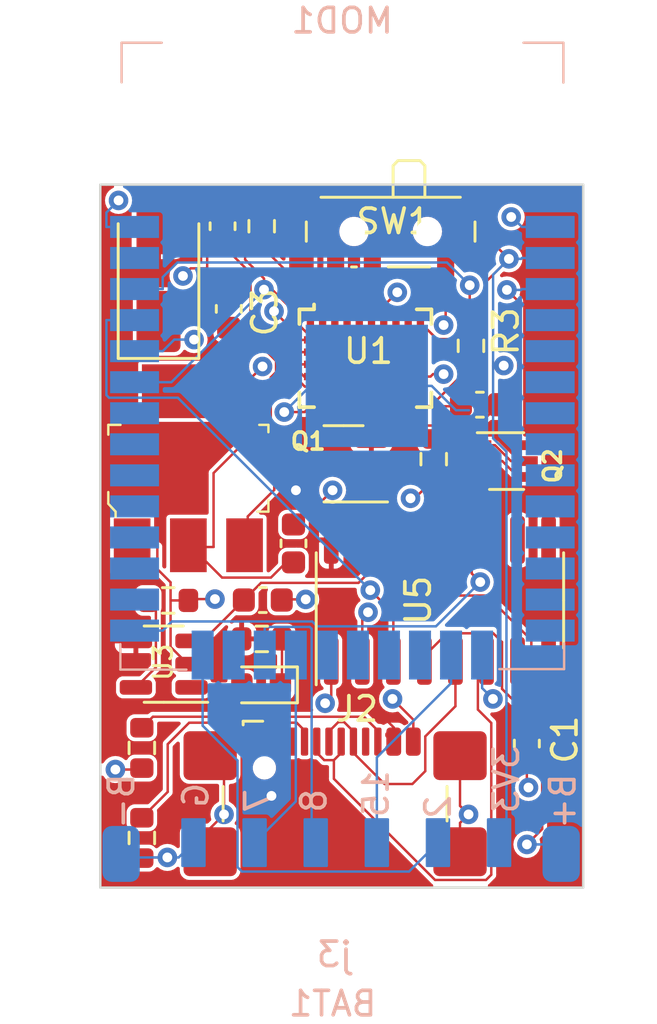
<source format=kicad_pcb>
(kicad_pcb (version 20221018) (generator pcbnew)
  (layers (0 "F.Cu" signal) (1 "In1.Cu" signal) (2 "In2.Cu" signal) (31 "B.Cu" signal) (34 "B.Paste" user) (35 "F.Paste" user) (36 "B.SilkS" user "B.Silkscreen") (37 "F.SilkS" user "F.Silkscreen") (38 "B.Mask" user) (39 "F.Mask" user) (44 "Edge.Cuts" user))
  (net 0 "")
  (net 1 "Net-(D1-K)")
  (net 2 "/SCL")
  (net 3 "GND")
  (net 4 "VCC")
  (net 5 "/3V3")
  (net 6 "/EN")
  (net 7 "/GPIO_0")
  (net 8 "/CH_TX")
  (net 9 "/CH_RX")
  (net 10 "/RTS")
  (net 11 "/DTR")
  (net 12 "/SDA")
  (net 13 "Net-(U3-PROG)")
  (net 14 "Net-(D2-K)")
  (net 15 "Net-(U1-CAP)")
  (net 16 "Net-(D2-A)")
  (net 17 "Net-(U5-V3)")
  (net 21 "Net-(Q1-D)")
  (net 26 "/GPIO_2")
  (net 27 "/GPIO_8")
  (net 30 "/GPIO_7")
  (net 31 "/GPIO_15")
  (net 32 "Net-(C5-Pad1)")
  (net 36 "Net-(J2-CC1)")
  (net 38 "Net-(J2-CC2)")
  (net 40 "Net-(U5-UD+)")
  (net 41 "Net-(U5-UD-)")
  (footprint "Resistor_SMD:R_0603_1608Metric" (layer "F.Cu") (at 123.698 121.221 90)
    (fp_text reference "R6" hide)
    (fp_text value "5.1k")
  )
  (footprint "Resistor_SMD:R_0603_1608Metric" (layer "F.Cu") (at 124.777 111.506)
    (fp_text reference "R4" hide)
    (fp_text value "10k")
  )
  (footprint "Capacitor_SMD:C_0603_1608Metric" (layer "F.Cu") (at 137.525 103.5 180)
    (fp_text reference "C8" hide)
    (fp_text value "100n")
  )
  (footprint "Connector_USB:USB_C_Receptacle_GCT_USB4110" (layer "F.Cu") (at 131.602 120.961)
    (fp_text reference "J2")
    (fp_text value "USB_C_Receptacle_USB2.0")
  )
  (footprint "LED_SMD:LED_0603_1608Metric" (layer "F.Cu") (at 128.5775 114.96 180)
    (fp_text reference "D2" hide)
    (fp_text value "LED")
  )
  (footprint "Capacitor_SMD:C_0603_1608Metric" (layer "F.Cu") (at 129.9 109.175 90)
    (fp_text reference "C5" hide)
    (fp_text value "10u")
  )
  (footprint "Resistor_SMD:R_0603_1608Metric" (layer "F.Cu") (at 128.605 113.08 180)
    (fp_text reference "R5" hide)
    (fp_text value "470")
  )
  (footprint "Resistor_SMD:R_0603_1608Metric" (layer "F.Cu") (at 123.698 117.539 90)
    (fp_text reference "R7" hide)
    (fp_text value "5.1k")
  )
  (footprint "Resistor_SMD:R_0603_1608Metric" (layer "F.Cu") (at 128.6 96.2 90)
    (fp_text reference "R2" hide)
    (fp_text value "R")
  )
  (footprint "Resistor_SMD:R_0603_1608Metric" (layer "F.Cu") (at 135.636 105.727 -90)
    (fp_text reference "R1" hide)
    (fp_text value "100k")
  )
  (footprint "Resistor_SMD:R_0603_1608Metric" (layer "F.Cu") (at 137.16 101.092 -90)
    (fp_text reference "R3")
    (fp_text value "R")
  )
  (footprint "digikey-footprints:SOT-223" (layer "F.Cu") (at 125.6 106.1)
    (fp_text reference "U2" hide)
    (fp_text value "LD1117S33CTR")
  )
  (footprint "Capacitor_SMD:C_0603_1608Metric" (layer "F.Cu") (at 127.254 99.581 90)
    (fp_text reference "C3")
    (fp_text value "100n")
  )
  (footprint "Capacitor_SMD:C_0603_1608Metric" (layer "F.Cu") (at 128.645 111.49)
    (fp_text reference "C2" hide)
    (fp_text value "4.7u")
  )
  (footprint "Capacitor_SMD:C_0603_1608Metric" (layer "F.Cu") (at 139.446 117.361 90)
    (fp_text reference "C1")
    (fp_text value "100n")
  )
  (footprint "Package_TO_SOT_SMD:SOT-363_SC-70-6" (layer "F.Cu") (at 138.618 105.806)
    (fp_text reference "Q2")
    (fp_text value "UMH3N")
  )
  (footprint "Package_TO_SOT_SMD:SOT-23-5" (layer "F.Cu") (at 124.5925 114.112 180)
    (fp_text reference "U3")
    (fp_text value "MCP73831-2-OT")
  )
  (footprint "Package_SO:SOIC-16_3.9x9.9mm_P1.27mm" (layer "F.Cu") (at 135.89 111.506 90)
    (fp_text reference "U5")
    (fp_text value "CH340C")
  )
  (footprint "Button_Switch_SMD:SW_SPDT_PCM12" (layer "F.Cu") (at 133.875 96.745 180)
    (fp_text reference "SW1")
    (fp_text value "SW_DIP_x01")
  )
  (footprint "digikey-footprints:LGA-28_5.2x3.8mm_BNO0055" (layer "F.Cu") (at 132.842 101.6)
    (fp_text reference "U1")
    (fp_text value "BNO055")
  )
  (footprint "Capacitor_SMD:C_0603_1608Metric" (layer "F.Cu") (at 127 96.2 90)
    (fp_text reference "C4" hide)
    (fp_text value "100n")
  )
  (footprint "Diode_SMD:D_SMA" (layer "F.Cu") (at 124.38 98.0975 90)
    (fp_text reference "D1" hide)
    (fp_text value "B130-E3")
  )
  (footprint "Package_TO_SOT_SMD:SOT-23-3" (layer "F.Cu") (at 131.9475 105.918 180)
    (fp_text reference "Q1")
    (fp_text value "DMP1045u")
  )
  (footprint "digikey-footprints:ESP32-WROOM-32D" (layer "B.Cu") (at 131.9 104.485 180)
    (fp_text reference "MOD1")
    (fp_text value "ESP32-WROOM-32")
  )
  (footprint "libBat:batPads" (layer "B.Cu") (at 131.85 121.875 180)
    (fp_text reference "BAT1")
    (fp_text value "BS-7")
  )
  (footprint "connectorLib:connectorHaply" (layer "B.Cu") (at 132.06 121.412 180)
    (fp_text reference "j3")
    (fp_text value "~")
  )
  (gr_line (start 122 123.25) (end 141.75 123.25) (stroke (width 0.1)) (layer "Edge.Cuts"))
  (gr_line (start 122.25 94.5) (end 122 94.5) (stroke (width 0.1)) (layer "Edge.Cuts"))
  (gr_line (start 141.75 123.25) (end 141.75 94.5) (stroke (width 0.1)) (layer "Edge.Cuts"))
  (gr_line (start 141.75 94.5) (end 122.25 94.5) (stroke (width 0.1)) (layer "Edge.Cuts"))
  (gr_line (start 122 123.25) (end 122 94.5) (stroke (width 0.1)) (layer "Edge.Cuts"))
  (gr_text "7" (at 129.032 119.126 90) (layer "B.SilkS") (effects (font (size 1 1)) (justify left bottom mirror)))
  (gr_text "G" (at 126.492 118.872 90) (layer "B.SilkS") (effects (font (size 1 1)) (justify left bottom mirror)))
  (gr_text "2" (at 136.398 119.38 90) (layer "B.SilkS") (effects (font (size 1 1)) (justify left bottom mirror)))
  (gr_text "8" (at 131.318 119.126 90) (layer "B.SilkS") (effects (font (size 1 1)) (justify left bottom mirror)))
  (gr_text "3V3" (at 139.192 117.348 90) (layer "B.SilkS") (effects (font (size 1 1)) (justify left bottom mirror)))
  (gr_text "15" (at 133.858 118.364 90) (layer "B.SilkS") (effects (font (size 1 1)) (justify left bottom mirror)))
  (segment (start 128.9705 105.7738) (end 128.9705 102.3823) (width 0.1) (layer "F.Cu") (net 1))
  (segment (start 129.1874 102.1654) (end 129.1874 101.7082) (width 0.1) (layer "F.Cu") (net 1))
  (segment (start 129.1147 105.918) (end 128.9705 105.7738) (width 0.1) (layer "F.Cu") (net 1))
  (segment (start 127.8352 100.356) (end 127.254 100.356) (width 0.1) (layer "F.Cu") (net 1))
  (segment (start 128.03 109.322) (end 128.03 108.0701) (width 0.1) (layer "F.Cu") (net 1))
  (segment (start 129.1874 101.7082) (end 127.8352 100.356) (width 0.1) (layer "F.Cu") (net 1))
  (segment (start 126.9955 100.0975) (end 124.38 100.0975) (width 0.1) (layer "F.Cu") (net 1))
  (segment (start 127.254 100.356) (end 126.9955 100.0975) (width 0.1) (layer "F.Cu") (net 1))
  (segment (start 129.1147 105.918) (end 130.81 105.918) (width 0.1) (layer "F.Cu") (net 1))
  (segment (start 128.03 108.0701) (end 129.1147 106.9854) (width 0.1) (layer "F.Cu") (net 1))
  (segment (start 129.1147 106.9854) (end 129.1147 105.918) (width 0.1) (layer "F.Cu") (net 1))
  (segment (start 128.9705 102.3823) (end 129.1874 102.1654) (width 0.1) (layer "F.Cu") (net 1))
  (segment (start 135.092 100.4394) (end 135.3896 100.4394) (width 0.1) (layer "F.Cu") (net 2))
  (segment (start 137.1086 100.2156) (end 137.16 100.267) (width 0.1) (layer "F.Cu") (net 2))
  (segment (start 136.6105 100.8165) (end 137.16 100.267) (width 0.1) (layer "F.Cu") (net 2))
  (segment (start 135.7667 100.8165) (end 136.6105 100.8165) (width 0.1) (layer "F.Cu") (net 2))
  (segment (start 135.092 100.0375) (end 135.092 100.4394) (width 0.1) (layer "F.Cu") (net 2))
  (segment (start 135.3896 100.4394) (end 135.7667 100.8165) (width 0.1) (layer "F.Cu") (net 2))
  (segment (start 137.1086 98.6142) (end 137.1086 100.2156) (width 0.1) (layer "F.Cu") (net 2))
  (via (at 137.1086 98.6142) (size 0.8) (drill 0.4) (layers "F.Cu" "B.Cu") (net 2))
  (segment (start 125.1517 97.683) (end 124.5519 98.2828) (width 0.1) (layer "B.Cu") (net 2))
  (segment (start 136.1774 97.683) (end 125.1517 97.683) (width 0.1) (layer "B.Cu") (net 2))
  (segment (start 123.4 98.77) (end 124.5519 98.77) (width 0.1) (layer "B.Cu") (net 2))
  (segment (start 124.5519 98.2828) (end 124.5519 98.77) (width 0.1) (layer "B.Cu") (net 2))
  (segment (start 137.1086 98.6142) (end 136.1774 97.683) (width 0.1) (layer "B.Cu") (net 2))
  (segment (start 129.9602 100.85) (end 129.9602 101.9716) (width 0.1) (layer "F.Cu") (net 3))
  (segment (start 122.6161 118.423) (end 123.639 118.423) (width 0.1) (layer "F.Cu") (net 3))
  (segment (start 135.092 102.7606) (end 134.8113 102.7606) (width 0.1) (layer "F.Cu") (net 3))
  (segment (start 125.73 114.112) (end 125.5782 114.112) (width 0.1) (layer "F.Cu") (net 3))
  (segment (start 134.8594 107.3286) (end 135.636 106.552) (width 0.1) (layer "F.Cu") (net 3))
  (segment (start 130.5795 100.85) (end 130.1776 100.85) (width 0.1) (layer "F.Cu") (net 3))
  (segment (start 137.448 104.352) (end 131.5315 104.352) (width 0.1) (layer "F.Cu") (net 3))
  (segment (start 130.592 103.4125) (end 130.592 103.1625) (width 0.1) (layer "F.Cu") (net 3))
  (segment (start 129.9602 101.9716) (end 130.3386 102.35) (width 0.1) (layer "F.Cu") (net 3))
  (segment (start 134.7026 102.35) (end 134.7026 101.85) (width 0.1) (layer "F.Cu") (net 3))
  (segment (start 139.446 119.0928) (end 139.446 118.136) (width 0.1) (layer "F.Cu") (net 3))
  (segment (start 126.492 117.856) (end 127.067 117.281) (width 0.1) (layer "F.Cu") (net 3))
  (segment (start 130 108) (end 130.5 108) (width 0.1) (layer "F.Cu") (net 3))
  (segment (start 130.4008 111.4629) (end 129.4471 111.4629) (width 0.1) (layer "F.Cu") (net 3))
  (segment (start 127.0584 118.4224) (end 126.492 117.856) (width 0.1) (layer "F.Cu") (net 3))
  (segment (start 132.1814 102.35) (end 132.592 102.7606) (width 0.1) (layer "F.Cu") (net 3))
  (segment (start 130.5795 102.35) (end 130.9814 102.35) (width 0.1) (layer "F.Cu") (net 3))
  (segment (start 127.0584 120.2581) (end 127.0584 118.4224) (width 0.1) (layer "F.Cu") (net 3))
  (segment (start 127.067 117.281) (end 128.402 117.281) (width 0.1) (layer "F.Cu") (net 3))
  (segment (start 123.43 109.322) (end 124.3319 109.322) (width 0.1) (layer "F.Cu") (net 3))
  (segment (start 131.445 115.4616) (end 131.1952 115.7114) (width 0.1) (layer "F.Cu") (net 3))
  (segment (start 135.092 103.1625) (end 135.092 102.7606) (width 0.1) (layer "F.Cu") (net 3))
  (segment (start 129.5224 103.8013) (end 130.3551 103.8013) (width 0.1) (layer "F.Cu") (net 3))
  (segment (start 124.8732 110.7652) (end 124.3319 110.2239) (width 0.1) (layer "F.Cu") (net 3))
  (segment (start 133.9525 115.5345) (end 134.802 116.384) (width 0.1) (layer "F.Cu") (net 3))
  (segment (start 126.492 121.786) (end 126.492 120.8245) (width 0.1) (layer "F.Cu") (net 3))
  (segment (start 130.9814 102.35) (end 132.1814 102.35) (width 0.1) (layer "F.Cu") (net 3))
  (segment (start 132.592 103.1625) (end 132.592 102.7606) (width 0.1) (layer "F.Cu") (net 3))
  (segment (start 134.1457 98.9029) (end 133.413 99.6356) (width 0.1) (layer "F.Cu") (net 3))
  (segment (start 126.6884 111.451) (end 125.657 111.451) (width 0.1) (layer "F.Cu") (net 3))
  (segment (start 131.445 113.981) (end 131.445 115.4616) (width 0.1) (layer "F.Cu") (net 3))
  (segment (start 136.712 120.6061) (end 136.712 121.786) (width 0.1) (layer "F.Cu") (net 3))
  (segment (start 126.492 120.8245) (end 127.0584 120.2581) (width 0.1) (layer "F.Cu") (net 3))
  (segment (start 130.3551 103.8013) (end 130.592 103.5644) (width 0.1) (layer "F.Cu") (net 3))
  (segment (start 129.9602 100.85) (end 130.1776 100.85) (width 0.1) (layer "F.Cu") (net 3))
  (segment (start 125.5782 114.112) (end 124.8732 113.407) (width 0.1) (layer "F.Cu") (net 3))
  (segment (start 137.06 120.2581) (end 136.712 119.9101) (width 0.1) (layer "F.Cu") (net 3))
  (segment (start 123.639 118.423) (end 123.698 118.364) (width 0.1) (layer "F.Cu") (net 3))
  (segment (start 129.9602 100.5333) (end 129.1041 99.6772) (width 0.1) (layer "F.Cu") (net 3))
  (segment (start 136.0421 102.25) (end 135.6064 102.25) (width 0.1) (layer "F.Cu") (net 3))
  (segment (start 125.6926 97.9225) (end 126.3705 97.9225) (width 0.1) (layer "F.Cu") (net 3))
  (segment (start 129.9602 100.85) (end 129.9602 100.5333) (width 0.1) (layer "F.Cu") (net 3))
  (segment (start 126.3705 97.9225) (end 126.3705 96.0545) (width 0.1) (layer "F.Cu") (net 3))
  (segment (start 130.592 103.1625) (end 130.592 103.5644) (width 0.1) (layer "F.Cu") (net 3))
  (segment (start 123.7256 122.0184) (end 123.698 122.046) (width 0.1) (layer "F.Cu") (net 3))
  (segment (start 124.3319 110.2239) (end 124.3319 109.322) (width 0.1) (layer "F.Cu") (net 3))
  (segment (start 134.802 116.384) (end 134.802 117.281) (width 0.1) (layer "F.Cu") (net 3))
  (segment (start 134.7026 102.6519) (end 134.7026 102.35) (width 0.1) (layer "F.Cu") (net 3))
  (segment (start 125.602 111.506) (end 124.8732 111.506) (width 0.1) (layer "F.Cu") (net 3))
  (segment (start 126.3705 97.9225) (end 127.254 98.806) (width 0.1) (layer "F.Cu") (net 3))
  (segment (start 130.3386 102.35) (end 130.5795 102.35) (width 0.1) (layer "F.Cu") (net 3))
  (segment (start 137.06 120.2581) (end 136.712 120.6061) (width 0.1) (layer "F.Cu") (net 3))
  (segment (start 126.3705 96.0545) (end 127 95.425) (width 0.1) (layer "F.Cu") (net 3))
  (segment (start 134.6877 107.3286) (end 134.8594 107.3286) (width 0.1) (layer "F.Cu") (net 3))
  (segment (start 136.712 119.9101) (end 136.712 117.856) (width 0.1) (layer "F.Cu") (net 3))
  (segment (start 131.5315 104.352) (end 130.592 103.4125) (width 0.1) (layer "F.Cu") (net 3))
  (segment (start 135.1045 101.85) (end 134.7026 101.85) (width 0.1) (layer "F.Cu") (net 3))
  (segment (start 139.5122 119.159) (end 139.446 119.0928) (width 0.1) (layer "F.Cu") (net 3))
  (segment (start 125.657 111.451) (end 125.602 111.506) (width 0.1) (layer "F.Cu") (net 3))
  (segment (start 135.1045 102.35) (end 135.5064 102.35) (width 0.1) (layer "F.Cu") (net 3))
  (segment (start 125.3802 98.2349) (end 125.6926 97.9225) (width 0.1) (layer "F.Cu") (net 3))
  (segment (start 124.8732 111.506) (end 124.8732 110.7652) (width 0.1) (layer "F.Cu") (net 3))
  (segment (start 132.592 100.0375) (end 132.592 99.6356) (width 0.1) (layer "F.Cu") (net 3))
  (segment (start 130.5 108) (end 131.5 107) (width 0.1) (layer "F.Cu") (net 3))
  (segment (start 134.8113 102.7606) (end 134.7026 102.6519) (width 0.1) (layer "F.Cu") (net 3))
  (segment (start 124.7418 122.0184) (end 123.7256 122.0184) (width 0.1) (layer "F.Cu") (net 3))
  (segment (start 134.7026 101.85) (end 134.7026 101.35) (width 0.1) (layer "F.Cu") (net 3))
  (segment (start 135.1045 101.35) (end 134.7026 101.35) (width 0.1) (layer "F.Cu") (net 3))
  (segment (start 135.6064 102.25) (end 135.5064 102.35) (width 0.1) (layer "F.Cu") (net 3))
  (segment (start 135.1045 102.35) (end 134.7026 102.35) (width 0.1) (layer "F.Cu") (net 3))
  (segment (start 138.3 103.5) (end 137.448 104.352) (width 0.1) (layer "F.Cu") (net 3))
  (segment (start 129.4471 111.4629) (end 129.42 111.49) (width 0.1) (layer "F.Cu") (net 3))
  (segment (start 124.8732 113.407) (end 124.8732 111.506) (width 0.1) (layer "F.Cu") (net 3))
  (segment (start 133.413 99.6356) (end 132.592 99.6356) (width 0.1) (layer "F.Cu") (net 3))
  (segment (start 137.06 120.2581) (end 137.0616 120.2581) (width 0.1) (layer "F.Cu") (net 3))
  (via (at 138.06 115.5345) (size 0.8) (drill 0.4) (layers "F.Cu" "B.Cu") (net 3))
  (via (at 131.1952 115.7114) (size 0.8) (drill 0.4) (layers "F.Cu" "B.Cu") (net 3))
  (via (at 130.4008 111.4629) (size 0.8) (drill 0.4) (layers "F.Cu" "B.Cu") (net 3))
  (via (at 134.6877 107.3286) (size 0.8) (drill 0.4) (layers "F.Cu" "B.Cu") (net 3))
  (via (at 138.8057 95.8221) (size 0.8) (drill 0.4) (layers "F.Cu" "B.Cu") (net 3))
  (via (at 126.6884 111.451) (size 0.8) (drill 0.4) (layers "F.Cu" "B.Cu") (net 3))
  (via (at 122.7445 95.145) (size 0.8) (drill 0.4) (layers "F.Cu" "B.Cu") (net 3))
  (via (at 131.5 107) (size 0.8) (drill 0.4) (layers "F.Cu" "B.Cu") (net 3))
  (via (at 134.1457 98.9029) (size 0.8) (drill 0.4) (layers "F.Cu" "B.Cu") (net 3))
  (via (at 129.1041 99.6772) (size 0.8) (drill 0.4) (layers "F.Cu" "B.Cu") (net 3))
  (via (at 122.6161 118.423) (size 0.8) (drill 0.4) (layers "F.Cu" "B.Cu") (net 3))
  (via (at 129.5224 103.8013) (size 0.8) (drill 0.4) (layers "F.Cu" "B.Cu") (net 3))
  (via (at 136.0421 102.25) (size 0.8) (drill 0.4) (layers "F.Cu" "B.Cu") (net 3))
  (via (at 139.5122 119.159) (size 0.8) (drill 0.4) (layers "F.Cu" "B.Cu") (net 3))
  (via (at 133.9525 115.5345) (size 0.8) (drill 0.4) (layers "F.Cu" "B.Cu") (net 3))
  (via (at 127.0584 120.2581) (size 0.8) (drill 0.4) (layers "F.Cu" "B.Cu") (net 3))
  (via (at 125.3802 98.2349) (size 0.8) (drill 0.4) (layers "F.Cu" "B.Cu") (net 3))
  (via (at 137.0616 120.2581) (size 0.8) (drill 0.4) (layers "F.Cu" "B.Cu") (net 3))
  (via (at 124.7418 122.0184) (size 0.8) (drill 0.4) (layers "F.Cu" "B.Cu") (net 3))
  (segment (start 125.2036 122.0184) (end 124.7418 122.0184) (width 0.1) (layer "B.Cu") (net 3))
  (segment (start 124.7418 122.0184) (end 122.9934 122.0184) (width 0.1) (layer "B.Cu") (net 3))
  (segment (start 132.9 102.73) (end 130.5937 102.73) (width 0.1) (layer "B.Cu") (net 3))
  (segment (start 132.9 102.73) (end 135.5519 102.73) (width 0.1) (layer "B.Cu") (net 3))
  (segment (start 140.4 96.23) (end 139.2481 96.23) (width 0.1) (layer "B.Cu") (net 3))
  (segment (start 125.81 121.412) (end 125.2036 122.0184) (width 0.1) (layer "B.Cu") (net 3))
  (segment (start 122.2481 95.6414) (end 122.2481 96.23) (width 0.1) (layer "B.Cu") (net 3))
  (segment (start 130.5937 102.73) (end 129.5224 103.8013) (width 0.1) (layer "B.Cu") (net 3))
  (segment (start 136.5486 103.7267) (end 135.5519 102.73) (width 0.1) (layer "B.Cu") (net 3))
  (segment (start 138.8402 95.8221) (end 139.2481 96.23) (width 0.1) (layer "B.Cu") (net 3))
  (segment (start 137.0757 103.7267) (end 136.5486 103.7267) (width 0.1) (layer "B.Cu") (net 3))
  (segment (start 122.7445 95.145) (end 122.2481 95.6414) (width 0.1) (layer "B.Cu") (net 3))
  (segment (start 137.615 115.0895) (end 137.615 113.74) (width 0.1) (layer "B.Cu") (net 3))
  (segment (start 138.8057 95.8221) (end 138.8402 95.8221) (width 0.1) (layer "B.Cu") (net 3))
  (segment (start 122.9934 122.0184) (end 122.85 121.875) (width 0.1) (layer "B.Cu") (net 3))
  (segment (start 138.06 115.5345) (end 137.615 115.0895) (width 0.1) (layer "B.Cu") (net 3))
  (segment (start 123.4 96.23) (end 122.2481 96.23) (width 0.1) (layer "B.Cu") (net 3))
  (segment (start 130 119.3) (end 130 119.4) (width 0.1) (layer "F.Cu") (net 4))
  (segment (start 129.202 117.856) (end 130 118.654) (width 0.1) (layer "F.Cu") (net 4))
  (segment (start 130 118.654) (end 130 119.3) (width 0.1) (layer "F.Cu") (net 4))
  (segment (start 134.002 116.702) (end 133.65 116.35) (width 0.1) (layer "F.Cu") (net 4))
  (segment (start 130 119.3) (end 129.8 119.5) (width 0.1) (layer "F.Cu") (net 4))
  (segment (start 129.202 117.281) (end 129.202 117.856) (width 0.1) (layer "F.Cu") (net 4))
  (segment (start 129.8 119.5) (end 129 119.5) (width 0.1) (layer "F.Cu") (net 4))
  (segment (start 134.002 117.281) (end 134.002 116.702) (width 0.1) (layer "F.Cu") (net 4))
  (via (at 130 107) (size 0.8) (drill 0.4) (layers "F.Cu" "B.Cu") (net 4))
  (via (at 129 119.5) (size 0.8) (drill 0.4) (layers "F.Cu" "B.Cu") (net 4))
  (segment (start 138.1461 96.9731) (end 135.9316 96.9731) (width 0.1) (layer "F.Cu") (net 5))
  (segment (start 131.5321 99.0769) (end 131.092 99.517) (width 0.1) (layer "F.Cu") (net 5))
  (segment (start 133.092 103.5644) (end 135.1 103.5644) (width 0.1) (layer "F.Cu") (net 5))
  (segment (start 130.5795 101.35) (end 130.1776 101.35) (width 0.1) (layer "F.Cu") (net 5))
  (segment (start 136.75 103.5) (end 136.6856 103.5644) (width 0.1) (layer "F.Cu") (net 5))
  (segment (start 133.092 103.1625) (end 133.092 102.7606) (width 0.1) (layer "F.Cu") (net 5))
  (segment (start 135.9316 96.9731) (end 135.6316 97.2731) (width 0.1) (layer "F.Cu") (net 5))
  (segment (start 133.092 103.1625) (end 133.092 103.5644) (width 0.1) (layer "F.Cu") (net 5))
  (segment (start 135.5126 103.5644) (end 137.16 101.917) (width 0.1) (layer "F.Cu") (net 5))
  (segment (start 137.7922 98.4545) (end 138.5484 97.6983) (width 0.1) (layer "F.Cu") (net 5))
  (segment (start 138.5484 97.5342) (end 138.7125 97.5342) (width 0.1) (layer "F.Cu") (net 5))
  (segment (start 131.092 99.517) (end 128.6 97.025) (width 0.1) (layer "F.Cu") (net 5))
  (segment (start 133.125 97.724) (end 133.125 97.2731) (width 0.1) (layer "F.Cu") (net 5))
  (segment (start 133.125 99.0769) (end 131.5321 99.0769) (width 0.1) (layer "F.Cu") (net 5))
  (segment (start 136.6856 103.5644) (end 135.1 103.5644) (width 0.1) (layer "F.Cu") (net 5))
  (segment (start 133.125 97.724) (end 133.125 98.175) (width 0.1) (layer "F.Cu") (net 5))
  (segment (start 138.5484 97.6983) (end 138.5484 97.5342) (width 0.1) (layer "F.Cu") (net 5))
  (segment (start 137.16 101.917) (end 137.7922 101.2848) (width 0.1) (layer "F.Cu") (net 5))
  (segment (start 131.092 99.6865) (end 131.092 99.517) (width 0.1) (layer "F.Cu") (net 5))
  (segment (start 130.5795 101.35) (end 130.9814 101.35) (width 0.1) (layer "F.Cu") (net 5))
  (segment (start 130.1776 101.85) (end 130.1776 101.35) (width 0.1) (layer "F.Cu") (net 5))
  (segment (start 137.7922 101.2848) (end 137.7922 98.4545) (width 0.1) (layer "F.Cu") (net 5))
  (segment (start 133.092 102.7606) (end 131.6814 101.35) (width 0.1) (layer "F.Cu") (net 5))
  (segment (start 130.5795 101.85) (end 130.1776 101.85) (width 0.1) (layer "F.Cu") (net 5))
  (segment (start 135.6316 97.2731) (end 133.125 97.2731) (width 0.1) (layer "F.Cu") (net 5))
  (segment (start 131.6814 101.35) (end 130.9814 101.35) (width 0.1) (layer "F.Cu") (net 5))
  (segment (start 138.5484 97.3754) (end 138.1461 96.9731) (width 0.1) (layer "F.Cu") (net 5))
  (segment (start 133.125 98.175) (end 133.125 99.0769) (width 0.1) (layer "F.Cu") (net 5))
  (segment (start 135.1 103.5644) (end 135.5126 103.5644) (width 0.1) (layer "F.Cu") (net 5))
  (segment (start 138.5484 97.5342) (end 138.5484 97.3754) (width 0.1) (layer "F.Cu") (net 5))
  (segment (start 131.092 100.0375) (end 131.092 99.6865) (width 0.1) (layer "F.Cu") (net 5))
  (via (at 138.5 101.9) (size 0.8) (drill 0.4) (layers "F.Cu" "B.Cu") (net 5))
  (via (at 138.7125 97.5342) (size 0.8) (drill 0.4) (layers "F.Cu" "B.Cu") (net 5))
  (segment (start 138.7125 97.5342) (end 139.2139 97.5342) (width 0.1) (layer "B.Cu") (net 5))
  (segment (start 139.2139 97.5342) (end 139.2481 97.5) (width 0.1) (layer "B.Cu") (net 5))
  (segment (start 138.0649 101.9) (end 138.0649 98.1818) (width 0.1) (layer "B.Cu") (net 5))
  (segment (start 138.6119 121.1101) (end 138.6119 105.4232) (width 0.1) (layer "B.Cu") (net 5))
  (segment (start 138.5 101.9) (end 138.0649 101.9) (width 0.1) (layer "B.Cu") (net 5))
  (segment (start 138.6119 105.4232) (end 138.0649 104.8762) (width 0.1) (layer "B.Cu") (net 5))
  (segment (start 138.0649 104.8762) (end 138.0649 101.9) (width 0.1) (layer "B.Cu") (net 5))
  (segment (start 138.0649 98.1818) (end 138.7125 97.5342) (width 0.1) (layer "B.Cu") (net 5))
  (segment (start 138.31 121.412) (end 138.6119 121.1101) (width 0.1) (layer "B.Cu") (net 5))
  (segment (start 140.4 97.5) (end 139.2481 97.5) (width 0.1) (layer "B.Cu") (net 5))
  (segment (start 139.0911 105.156) (end 139.0911 99.2653) (width 0.1) (layer "F.Cu") (net 6))
  (segment (start 139.568 105.156) (end 139.0911 105.156) (width 0.1) (layer "F.Cu") (net 6))
  (segment (start 139.0911 99.2653) (end 138.63 98.8042) (width 0.1) (layer "F.Cu") (net 6))
  (via (at 138.63 98.8042) (size 0.8) (drill 0.4) (layers "F.Cu" "B.Cu") (net 6))
  (segment (start 140.4 98.77) (end 139.2481 98.77) (width 0.1) (layer "B.Cu") (net 6))
  (segment (start 139.2139 98.8042) (end 139.2481 98.77) (width 0.1) (layer "B.Cu") (net 6))
  (segment (start 138.63 98.8042) (end 139.2139 98.8042) (width 0.1) (layer "B.Cu") (net 6))
  (segment (start 137.668 106.456) (end 137.1911 106.456) (width 0.1) (layer "F.Cu") (net 7))
  (segment (start 137.1911 110.4054) (end 137.5395 110.7538) (width 0.1) (layer "F.Cu") (net 7))
  (segment (start 137.1911 106.456) (end 137.1911 110.4054) (width 0.1) (layer "F.Cu") (net 7))
  (via (at 137.5395 110.7538) (size 0.8) (drill 0.4) (layers "F.Cu" "B.Cu") (net 7))
  (segment (start 137.5395 110.7538) (end 135.7281 112.5652) (width 0.1) (layer "B.Cu") (net 7))
  (segment (start 130.8666 112.5652) (end 130.6678 112.3664) (width 0.1) (layer "B.Cu") (net 7))
  (segment (start 130.6678 112.3664) (end 124.9255 112.3664) (width 0.1) (layer "B.Cu") (net 7))
  (segment (start 135.7281 112.5652) (end 130.8666 112.5652) (width 0.1) (layer "B.Cu") (net 7))
  (segment (start 124.9255 112.3664) (end 124.5519 112.74) (width 0.1) (layer "B.Cu") (net 7))
  (segment (start 123.4 112.74) (end 124.5519 112.74) (width 0.1) (layer "B.Cu") (net 7))
  (segment (start 132.715 113.981) (end 132.715 112.2227) (width 0.1) (layer "F.Cu") (net 8))
  (segment (start 132.715 112.2227) (end 132.9489 111.9888) (width 0.1) (layer "F.Cu") (net 8))
  (via (at 125.8345 100.8368) (size 0.8) (drill 0.4) (layers "F.Cu" "B.Cu") (net 8))
  (via (at 132.9489 111.9888) (size 0.8) (drill 0.4) (layers "F.Cu" "B.Cu") (net 8))
  (segment (start 123.4 101.31) (end 124.5519 101.31) (width 0.1) (layer "B.Cu") (net 8))
  (segment (start 125.8345 100.8368) (end 125.0251 100.8368) (width 0.1) (layer "B.Cu") (net 8))
  (segment (start 125.0251 100.8368) (end 124.5519 101.31) (width 0.1) (layer "B.Cu") (net 8))
  (segment (start 133.985 113.981) (end 133.985 112.0298) (width 0.1) (layer "F.Cu") (net 9))
  (segment (start 133.985 112.0298) (end 133.042 111.0868) (width 0.1) (layer "F.Cu") (net 9))
  (via (at 133.042 111.0868) (size 0.8) (drill 0.4) (layers "F.Cu" "B.Cu") (net 9))
  (segment (start 125.1701 103.2149) (end 133.042 111.0868) (width 0.1) (layer "B.Cu") (net 9))
  (segment (start 123.4 100.04) (end 122.2481 100.04) (width 0.1) (layer "B.Cu") (net 9))
  (segment (start 122.2481 100.04) (end 122.2481 103.1079) (width 0.1) (layer "B.Cu") (net 9))
  (segment (start 122.3551 103.2149) (end 125.1701 103.2149) (width 0.1) (layer "B.Cu") (net 9))
  (segment (start 122.2481 103.1079) (end 122.3551 103.2149) (width 0.1) (layer "B.Cu") (net 9))
  (segment (start 139.568 105.806) (end 138.7949 105.806) (width 0.1) (layer "F.Cu") (net 10))
  (segment (start 138.7949 105.806) (end 138.1449 105.156) (width 0.1) (layer "F.Cu") (net 10))
  (segment (start 137.668 105.156) (end 138.1449 105.156) (width 0.1) (layer "F.Cu") (net 10))
  (segment (start 133.985 107.1824) (end 135.7118 105.4556) (width 0.1) (layer "F.Cu") (net 10))
  (segment (start 136.5618 105.156) (end 137.668 105.156) (width 0.1) (layer "F.Cu") (net 10))
  (segment (start 136.2622 105.4556) (end 136.5618 105.156) (width 0.1) (layer "F.Cu") (net 10))
  (segment (start 133.985 109.031) (end 133.985 107.1824) (width 0.1) (layer "F.Cu") (net 10))
  (segment (start 135.7118 105.4556) (end 136.2622 105.4556) (width 0.1) (layer "F.Cu") (net 10))
  (segment (start 137.668 105.806) (end 137.1911 105.806) (width 0.1) (layer "F.Cu") (net 11))
  (segment (start 138.4411 105.806) (end 137.668 105.806) (width 0.1) (layer "F.Cu") (net 11))
  (segment (start 137.1911 106.1614) (end 137.1911 105.806) (width 0.1) (layer "F.Cu") (net 11))
  (segment (start 135.255 108.0975) (end 137.1911 106.1614) (width 0.1) (layer "F.Cu") (net 11))
  (segment (start 139.568 106.456) (end 139.0911 106.456) (width 0.1) (layer "F.Cu") (net 11))
  (segment (start 139.0911 106.456) (end 138.4411 105.806) (width 0.1) (layer "F.Cu") (net 11))
  (segment (start 135.255 109.031) (end 135.255 108.0975) (width 0.1) (layer "F.Cu") (net 11))
  (segment (start 135.1045 100.85) (end 134.7026 100.85) (width 0.1) (layer "F.Cu") (net 12))
  (segment (start 130.4339 100.5481) (end 129.9147 100.0289) (width 0.1) (layer "F.Cu") (net 12))
  (segment (start 127.9216 96.0534) (end 128.6 95.375) (width 0.1) (layer "F.Cu") (net 12))
  (segment (start 128.6943 98.7925) (end 128.6943 98.3387) (width 0.1) (layer "F.Cu") (net 12))
  (segment (start 129.9147 100.0289) (end 129.9147 99.6799) (width 0.1) (layer "F.Cu") (net 12))
  (segment (start 129.9147 99.6799) (end 129.0273 98.7925) (width 0.1) (layer "F.Cu") (net 12))
  (segment (start 128.6943 98.3387) (end 127.9216 97.566) (width 0.1) (layer "F.Cu") (net 12))
  (segment (start 134.4007 100.5481) (end 130.4339 100.5481) (width 0.1) (layer "F.Cu") (net 12))
  (segment (start 129.0273 98.7925) (end 128.6943 98.7925) (width 0.1) (layer "F.Cu") (net 12))
  (segment (start 134.7026 100.85) (end 134.4007 100.5481) (width 0.1) (layer "F.Cu") (net 12))
  (segment (start 127.9216 97.566) (end 127.9216 96.0534) (width 0.1) (layer "F.Cu") (net 12))
  (via (at 128.6943 98.7925) (size 0.8) (drill 0.4) (layers "F.Cu" "B.Cu") (net 12))
  (segment (start 123.4 102.58) (end 124.9068 102.58) (width 0.1) (layer "B.Cu") (net 12))
  (segment (start 124.9068 102.58) (end 128.6943 98.7925) (width 0.1) (layer "B.Cu") (net 12))
  (segment (start 124.2722 111.8262) (end 123.952 111.506) (width 0.1) (layer "F.Cu") (net 13))
  (segment (start 123.455 115.062) (end 124.2722 114.2448) (width 0.1) (layer "F.Cu") (net 13))
  (segment (start 124.2722 114.2448) (end 124.2722 111.8262) (width 0.1) (layer "F.Cu") (net 13))
  (segment (start 129.43 114.895) (end 129.43 113.08) (width 0.1) (layer "F.Cu") (net 14))
  (segment (start 129.365 114.96) (end 129.43 114.895) (width 0.1) (layer "F.Cu") (net 14))
  (segment (start 129.3893 101.6246) (end 128.1424 100.3777) (width 0.1) (layer "F.Cu") (net 15))
  (segment (start 128.1424 98.1174) (end 127 96.975) (width 0.1) (layer "F.Cu") (net 15))
  (segment (start 132.092 102.7606) (end 130.3647 102.7606) (width 0.1) (layer "F.Cu") (net 15))
  (segment (start 129.3893 101.7852) (end 129.3893 101.6246) (width 0.1) (layer "F.Cu") (net 15))
  (segment (start 132.092 103.1625) (end 132.092 102.7606) (width 0.1) (layer "F.Cu") (net 15))
  (segment (start 128.1424 100.3777) (end 128.1424 98.1174) (width 0.1) (layer "F.Cu") (net 15))
  (segment (start 130.3647 102.7606) (end 129.3893 101.7852) (width 0.1) (layer "F.Cu") (net 15))
  (segment (start 127.688 115.062) (end 127.79 114.96) (width 0.1) (layer "F.Cu") (net 16))
  (segment (start 125.73 115.062) (end 127.688 115.062) (width 0.1) (layer "F.Cu") (net 16))
  (segment (start 138.43 115.124) (end 138.43 113.2085) (width 0.1) (layer "F.Cu") (net 17))
  (segment (start 136.1826 112.8499) (end 135.255 113.7775) (width 0.1) (layer "F.Cu") (net 17))
  (segment (start 138.0714 112.8499) (end 136.1826 112.8499) (width 0.1) (layer "F.Cu") (net 17))
  (segment (start 139.446 116.14) (end 138.43 115.124) (width 0.1) (layer "F.Cu") (net 17))
  (segment (start 139.446 116.586) (end 139.446 116.14) (width 0.1) (layer "F.Cu") (net 17))
  (segment (start 138.43 113.2085) (end 138.0714 112.8499) (width 0.1) (layer "F.Cu") (net 17))
  (segment (start 135.255 113.7775) (end 135.255 113.981) (width 0.1) (layer "F.Cu") (net 17))
  (segment (start 126.198 113.162) (end 127.87 111.49) (width 0.1) (layer "F.Cu") (net 21))
  (segment (start 133.2175 110.3833) (end 132.9651 110.3833) (width 0.1) (layer "F.Cu") (net 21))
  (segment (start 133.085 106.868) (end 133.2175 107.0005) (width 0.1) (layer "F.Cu") (net 21))
  (segment (start 132.5607 110.7877) (end 128.5723 110.7877) (width 0.1) (layer "F.Cu") (net 21))
  (segment (start 137.807 111.3057) (end 139.6291 113.1278) (width 0.1) (layer "F.Cu") (net 21))
  (segment (start 132.9651 110.3833) (end 132.5607 110.7877) (width 0.1) (layer "F.Cu") (net 21))
  (segment (start 140.0738 116.2046) (end 140.0738 120.8602) (width 0.1) (layer "F.Cu") (net 21))
  (segment (start 140.0738 120.8602) (end 139.4484 121.4856) (width 0.1) (layer "F.Cu") (net 21))
  (segment (start 125.73 113.162) (end 126.198 113.162) (width 0.1) (layer "F.Cu") (net 21))
  (segment (start 133.2175 110.3833) (end 134.1399 111.3057) (width 0.1) (layer "F.Cu") (net 21))
  (segment (start 139.6291 115.7599) (end 140.0738 116.2046) (width 0.1) (layer "F.Cu") (net 21))
  (segment (start 134.1399 111.3057) (end 137.807 111.3057) (width 0.1) (layer "F.Cu") (net 21))
  (segment (start 139.6291 113.1278) (end 139.6291 115.7599) (width 0.1) (layer "F.Cu") (net 21))
  (segment (start 128.5723 110.7877) (end 127.87 111.49) (width 0.1) (layer "F.Cu") (net 21))
  (segment (start 133.2175 107.0005) (end 133.2175 110.3833) (width 0.1) (layer "F.Cu") (net 21))
  (via (at 139.4484 121.4856) (size 0.8) (drill 0.4) (layers "F.Cu" "B.Cu") (net 21))
  (segment (start 140.4606 121.4856) (end 140.85 121.875) (width 0.1) (layer "B.Cu") (net 21))
  (segment (start 139.4484 121.4856) (end 140.4606 121.4856) (width 0.1) (layer "B.Cu") (net 21))
  (segment (start 135.81 121.412) (end 134.6258 122.5962) (width 0.1) (layer "B.Cu") (net 26))
  (segment (start 127.6105 118.0549) (end 126.185 116.6294) (width 0.1) (layer "B.Cu") (net 26))
  (segment (start 134.6258 122.5962) (end 127.7932 122.5962) (width 0.1) (layer "B.Cu") (net 26))
  (segment (start 127.7932 122.5962) (end 127.6105 122.4135) (width 0.1) (layer "B.Cu") (net 26))
  (segment (start 127.6105 122.4135) (end 127.6105 118.0549) (width 0.1) (layer "B.Cu") (net 26))
  (segment (start 126.185 116.6294) (end 126.185 113.74) (width 0.1) (layer "B.Cu") (net 26))
  (segment (start 130.81 121.412) (end 130.6432 121.2452) (width 0.1) (layer "B.Cu") (net 27))
  (segment (start 130.5638 112.5881) (end 128.725 112.5881) (width 0.1) (layer "B.Cu") (net 27))
  (segment (start 128.725 113.74) (end 128.725 112.5881) (width 0.1) (layer "B.Cu") (net 27))
  (segment (start 130.6432 121.2452) (end 130.6432 112.6675) (width 0.1) (layer "B.Cu") (net 27))
  (segment (start 130.6432 112.6675) (end 130.5638 112.5881) (width 0.1) (layer "B.Cu") (net 27))
  (segment (start 129.995 119.727) (end 128.31 121.412) (width 0.1) (layer "B.Cu") (net 30))
  (segment (start 129.995 113.74) (end 129.995 119.727) (width 0.1) (layer "B.Cu") (net 30))
  (segment (start 136.345 113.74) (end 136.345 114.8919) (width 0.1) (layer "B.Cu") (net 31))
  (segment (start 133.31 117.9269) (end 136.345 114.8919) (width 0.1) (layer "B.Cu") (net 31))
  (segment (start 133.31 121.412) (end 133.31 117.9269) (width 0.1) (layer "B.Cu") (net 31))
  (segment (start 126.98 110.572) (end 125.73 109.322) (width 0.1) (layer "F.Cu") (net 32))
  (segment (start 128.6355 101.9368) (end 127.7819 102.7904) (width 0.1) (layer "F.Cu") (net 32))
  (segment (start 125.73 103.022) (end 127.7819 103.022) (width 0.1) (layer "F.Cu") (net 32))
  (segment (start 130 109.55) (end 128.978 110.572) (width 0.1) (layer "F.Cu") (net 32))
  (segment (start 128.978 110.572) (end 126.98 110.572) (width 0.1) (layer "F.Cu") (net 32))
  (segment (start 125.73 109.322) (end 126.6319 109.322) (width 0.1) (layer "F.Cu") (net 32))
  (segment (start 127.7819 103.022) (end 127.7819 105.146) (width 0.1) (layer "F.Cu") (net 32))
  (segment (start 136.125 100.1599) (end 136.0421 100.2428) (width 0.1) (layer "F.Cu") (net 32))
  (segment (start 127.7819 102.7904) (end 127.7819 103.022) (width 0.1) (layer "F.Cu") (net 32))
  (segment (start 127.7819 105.146) (end 126.6319 106.296) (width 0.1) (layer "F.Cu") (net 32))
  (segment (start 126.6319 106.296) (end 126.6319 109.322) (width 0.1) (layer "F.Cu") (net 32))
  (segment (start 136.125 98.175) (end 136.125 100.1599) (width 0.1) (layer "F.Cu") (net 32))
  (via (at 128.6355 101.9368) (size 0.8) (drill 0.4) (layers "F.Cu" "B.Cu") (net 32))
  (via (at 136.0421 100.2428) (size 0.8) (drill 0.4) (layers "F.Cu" "B.Cu") (net 32))
  (segment (start 124.7561 119.3379) (end 124.7561 117.3855) (width 0.1) (layer "F.Cu") (net 36))
  (segment (start 125.634 116.5076) (end 130.0323 116.5076) (width 0.1) (layer "F.Cu") (net 36))
  (segment (start 123.698 120.396) (end 124.7561 119.3379) (width 0.1) (layer "F.Cu") (net 36))
  (segment (start 130.352 116.8273) (end 130.352 117.281) (width 0.1) (layer "F.Cu") (net 36))
  (segment (start 124.7561 117.3855) (end 125.634 116.5076) (width 0.1) (layer "F.Cu") (net 36))
  (segment (start 130.0323 116.5076) (end 130.352 116.8273) (width 0.1) (layer "F.Cu") (net 36))
  (segment (start 133.352 117.281) (end 133.352 116.834) (width 0.1) (layer "F.Cu") (net 38))
  (segment (start 132.7814 116.2634) (end 124.1486 116.2634) (width 0.1) (layer "F.Cu") (net 38))
  (segment (start 133.352 116.834) (end 132.7814 116.2634) (width 0.1) (layer "F.Cu") (net 38))
  (segment (start 124.1486 116.2634) (end 123.698 116.714) (width 0.1) (layer "F.Cu") (net 38))
  (segment (start 136.525 113.981) (end 136.525 115.8343) (width 0.1) (layer "F.Cu") (net 40))
  (segment (start 133.6244 119.0143) (end 132.352 117.7419) (width 0.1) (layer "F.Cu") (net 40))
  (segment (start 131.7348 116.482) (end 131.9712 116.482) (width 0.1) (layer "F.Cu") (net 40))
  (segment (start 131.352 116.8648) (end 131.7348 116.482) (width 0.1) (layer "F.Cu") (net 40))
  (segment (start 131.9712 116.482) (end 132.352 116.8628) (width 0.1) (layer "F.Cu") (net 40))
  (segment (start 132.352 117.7419) (end 132.352 117.281) (width 0.1) (layer "F.Cu") (net 40))
  (segment (start 135.291 117.0683) (end 135.291 118.4886) (width 0.1) (layer "F.Cu") (net 40))
  (segment (start 134.7653 119.0143) (end 133.6244 119.0143) (width 0.1) (layer "F.Cu") (net 40))
  (segment (start 136.525 115.8343) (end 135.291 117.0683) (width 0.1) (layer "F.Cu") (net 40))
  (segment (start 131.352 117.281) (end 131.352 116.8648) (width 0.1) (layer "F.Cu") (net 40))
  (segment (start 135.291 118.4886) (end 134.7653 119.0143) (width 0.1) (layer "F.Cu") (net 40))
  (segment (start 132.352 116.8628) (end 132.352 117.281) (width 0.1) (layer "F.Cu") (net 40))
  (segment (start 131.5524 118.0392) (end 131.852 117.7396) (width 0.1) (layer "F.Cu") (net 41))
  (segment (start 131.1591 118.0392) (end 131.5524 118.0392) (width 0.1) (layer "F.Cu") (net 41))
  (segment (start 137.9908 116.5177) (end 137.9908 122.7256) (width 0.1) (layer "F.Cu") (net 41))
  (segment (start 137.7769 122.9395) (end 135.6906 122.9395) (width 0.1) (layer "F.Cu") (net 41))
  (segment (start 137.9908 122.7256) (end 137.7769 122.9395) (width 0.1) (layer "F.Cu") (net 41))
  (segment (start 130.852 117.7321) (end 131.1591 118.0392) (width 0.1) (layer "F.Cu") (net 41))
  (segment (start 137.4427 115.9696) (end 137.9908 116.5177) (width 0.1) (layer "F.Cu") (net 41))
  (segment (start 131.852 117.7396) (end 131.852 117.281) (width 0.1) (layer "F.Cu") (net 41))
  (segment (start 137.795 113.981) (end 137.4427 114.3333) (width 0.1) (layer "F.Cu") (net 41))
  (segment (start 137.4427 114.3333) (end 137.4427 115.9696) (width 0.1) (layer "F.Cu") (net 41))
  (segment (start 135.6906 122.9395) (end 131.5524 118.8013) (width 0.1) (layer "F.Cu") (net 41))
  (segment (start 131.5524 118.8013) (end 131.5524 118.0392) (width 0.1) (layer "F.Cu") (net 41))
  (segment (start 130.852 117.281) (end 130.852 117.7321) (width 0.1) (layer "F.Cu") (net 41))
  (zone (net 4) (net_name "VCC") (layer "F.Cu") (priority 2) (connect_pads (clearance 0.15)) (min_thickness 0.15) (fill yes (thermal_gap 0.2) (thermal_bridge_width 0.2))
    (polygon (pts (xy 121.158 124.46) (xy 120.904 92.71) (xy 144.018 92.456) (xy 144.018 124.968)))
  )
  (zone (net 4) (net_name "VCC") (layer "B.Cu") (priority 3) (connect_pads (clearance 0.15)) (min_thickness 0.15) (fill yes (thermal_gap 0.2) (thermal_bridge_width 0.2))
    (polygon (pts (xy 121.158 124.46) (xy 120.65 91.948) (xy 144.78 91.948) (xy 144.272 126.238)))
  )
)
</source>
